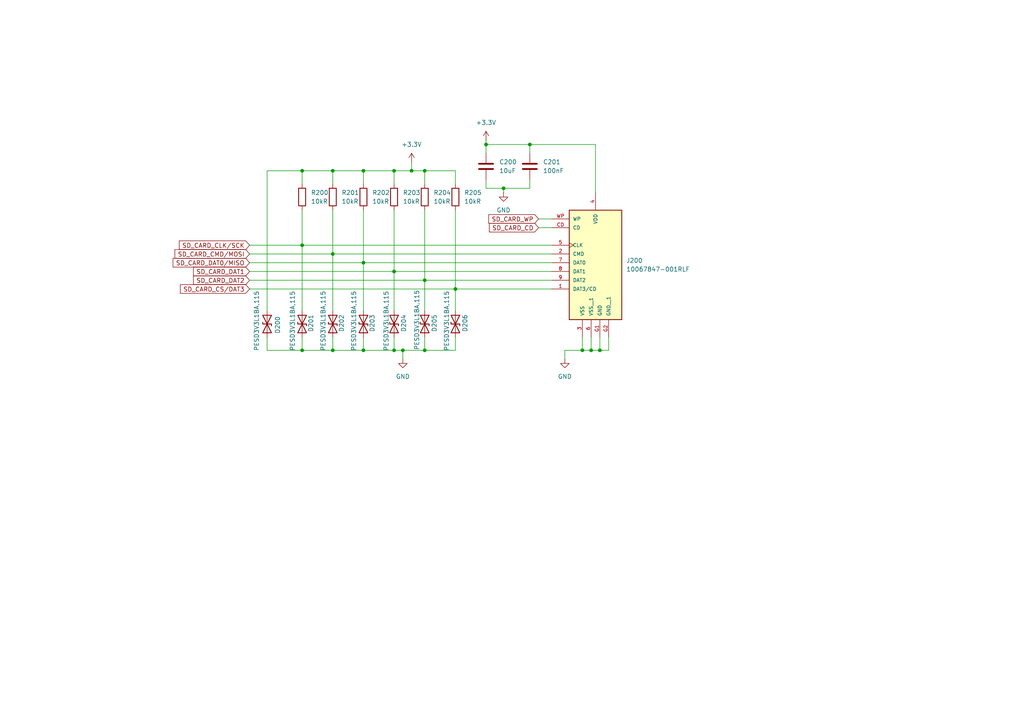
<source format=kicad_sch>
(kicad_sch (version 20231120) (generator "eeschema") (generator_version "8.0")
  (paper "A4")
  (lib_symbols
    (symbol "Device:C" (pin_numbers hide) (pin_names (offset 0.254))
      (property "Reference" "C" (at 0.635 2.54 0))
      (property "Value" "C" (at 0.635 -2.54 0))
      (symbol "C_0_1"
        (polyline (pts (xy -2.032 -0.762) (xy 2.032 -0.762)) (stroke (width 0.508)))
        (polyline (pts (xy -2.032 0.762) (xy 2.032 0.762)) (stroke (width 0.508)))
      )
      (symbol "C_1_1"
        (pin passive line (at 0 3.81 270) (length 2.794) (name "~") (number "1"))
        (pin passive line (at 0 -3.81 90) (length 2.794) (name "~") (number "2"))
      )
    )
    (symbol "Device:D_TVS" (pin_numbers hide) (pin_names (offset 1.016) hide)
      (property "Reference" "D" (at 0 2.54 0))
      (property "Value" "D_TVS" (at 0 -2.54 0))
      (symbol "D_TVS_0_1"
        (polyline (pts (xy 1.27 0) (xy -1.27 0)))
        (polyline (pts (xy 0.508 1.27) (xy 0 1.27) (xy 0 -1.27) (xy -0.508 -1.27)) (stroke (width 0.254)))
        (polyline (pts (xy -2.54 1.27) (xy -2.54 -1.27) (xy 2.54 1.27) (xy 2.54 -1.27) (xy -2.54 1.27)) (stroke (width 0.254)))
      )
      (symbol "D_TVS_1_1"
        (pin passive line (at -3.81 0 0) (length 2.54) (name "A1") (number "1"))
        (pin passive line (at 3.81 0 180) (length 2.54) (name "A2") (number "2"))
      )
    )
    (symbol "Device:R" (pin_numbers hide) (pin_names (offset 0))
      (property "Reference" "R" (at 2.032 0 90))
      (property "Value" "R" (at 0 0 90))
      (symbol "R_0_1"
        (rectangle (start -1.016 -2.54) (end 1.016 2.54) (stroke (width 0.254)))
      )
      (symbol "R_1_1"
        (pin passive line (at 0 3.81 270) (length 1.27) (name "~") (number "1"))
        (pin passive line (at 0 -3.81 90) (length 1.27) (name "~") (number "2"))
      )
    )
    (symbol "esp32s3_watches:10067847-001RLF" (pin_names (offset 1.016))
      (property "Reference" "J" (at -6.096 13.208 0))
      (property "Value" "10067847-001RLF" (at 6.858 -11.938 90))
      (symbol "10067847-001RLF_0_0"
        (rectangle (start -7.62 12.7) (end 7.62 -19.05) (stroke (width 0.254)) (fill (type background)))
        (pin bidirectional line (at -12.7 -10.16 0) (length 5.08) (name "DAT3/CD") (number "1"))
        (pin bidirectional line (at -12.7 0 0) (length 5.08) (name "CMD") (number "2"))
        (pin power_in line (at -3.81 -24.13 90) (length 5.08) (name "VSS") (number "3"))
        (pin power_in line (at 0 17.78 270) (length 5.08) (name "VDD") (number "4"))
        (pin bidirectional clock (at -12.7 2.54 0) (length 5.08) (name "CLK") (number "5"))
        (pin power_in line (at -1.27 -24.13 90) (length 5.08) (name "VSS__1") (number "6"))
        (pin bidirectional line (at -12.7 -2.54 0) (length 5.08) (name "DAT0") (number "7"))
        (pin bidirectional line (at -12.7 -5.08 0) (length 5.08) (name "DAT1") (number "8"))
        (pin bidirectional line (at -12.7 -7.62 0) (length 5.08) (name "DAT2") (number "9"))
        (pin input line (at -12.7 7.62 0) (length 5.08) (name "CD") (number "CD"))
        (pin power_in line (at 1.27 -24.13 90) (length 5.08) (name "GND") (number "G1"))
        (pin power_in line (at 3.81 -24.13 90) (length 5.08) (name "GND__1") (number "G2"))
        (pin input line (at -12.7 10.16 0) (length 5.08) (name "WP") (number "WP"))
      )
    )
    (symbol "power:+3.3V" (power) (pin_numbers hide) (pin_names (offset 0) hide)
      (property "Value" "+3.3V" (at 0 3.556 0))
      (symbol "+3.3V_0_1"
        (polyline (pts (xy -0.762 1.27) (xy 0 2.54)))
        (polyline (pts (xy 0 0) (xy 0 2.54)))
        (polyline (pts (xy 0 2.54) (xy 0.762 1.27)))
      )
      (symbol "+3.3V_1_1"
        (pin power_in line (at 0 0 90) (length 0) (name "~") (number "1"))
      )
    )
    (symbol "power:GND" (power) (pin_numbers hide) (pin_names (offset 0) hide)
      (property "Value" "GND" (at 0 -3.81 0))
      (symbol "GND_0_1"
        (polyline (pts (xy 0 0) (xy 0 -1.27) (xy 1.27 -1.27) (xy 0 -2.54) (xy -1.27 -1.27) (xy 0 -1.27)))
      )
      (symbol "GND_1_1"
        (pin power_in line (at 0 0 270) (length 0) (name "~") (number "1"))
      )
    )
  )
  (junction (at 140.97 41.91))
  (junction (at 114.3 49.53))
  (junction (at 96.52 73.66))
  (junction (at 153.67 41.91))
  (junction (at 168.91 101.6))
  (junction (at 105.41 76.2))
  (junction (at 171.45 101.6))
  (junction (at 87.63 71.12))
  (junction (at 87.63 101.6))
  (junction (at 96.52 101.6))
  (junction (at 119.38 49.53))
  (junction (at 173.99 101.6))
  (junction (at 96.52 49.53))
  (junction (at 123.19 81.28))
  (junction (at 132.08 83.82))
  (junction (at 116.84 101.6))
  (junction (at 105.41 49.53))
  (junction (at 105.41 101.6))
  (junction (at 114.3 101.6))
  (junction (at 87.63 49.53))
  (junction (at 123.19 49.53))
  (junction (at 114.3 78.74))
  (junction (at 146.05 54.61))
  (junction (at 123.19 101.6))
  (wire (pts (xy 132.08 83.82) (xy 160.02 83.82)))
  (wire (pts (xy 114.3 49.53) (xy 119.38 49.53)))
  (wire (pts (xy 156.21 66.04) (xy 160.02 66.04)))
  (wire (pts (xy 140.97 41.91) (xy 140.97 44.45)))
  (wire (pts (xy 123.19 81.28) (xy 123.19 90.17)))
  (wire (pts (xy 123.19 101.6) (xy 116.84 101.6)))
  (wire (pts (xy 140.97 52.07) (xy 140.97 54.61)))
  (wire (pts (xy 105.41 76.2) (xy 105.41 90.17)))
  (wire (pts (xy 77.47 101.6) (xy 87.63 101.6)))
  (wire (pts (xy 123.19 81.28) (xy 160.02 81.28)))
  (wire (pts (xy 105.41 49.53) (xy 114.3 49.53)))
  (wire (pts (xy 171.45 101.6) (xy 168.91 101.6)))
  (wire (pts (xy 146.05 54.61) (xy 153.67 54.61)))
  (wire (pts (xy 123.19 49.53) (xy 119.38 49.53)))
  (wire (pts (xy 172.72 41.91) (xy 172.72 55.88)))
  (wire (pts (xy 87.63 60.96) (xy 87.63 71.12)))
  (wire (pts (xy 114.3 78.74) (xy 160.02 78.74)))
  (wire (pts (xy 96.52 60.96) (xy 96.52 73.66)))
  (wire (pts (xy 140.97 40.64) (xy 140.97 41.91)))
  (wire (pts (xy 72.39 81.28) (xy 123.19 81.28)))
  (wire (pts (xy 105.41 49.53) (xy 96.52 49.53)))
  (wire (pts (xy 96.52 97.79) (xy 96.52 101.6)))
  (wire (pts (xy 114.3 78.74) (xy 114.3 90.17)))
  (wire (pts (xy 87.63 71.12) (xy 160.02 71.12)))
  (wire (pts (xy 156.21 63.5) (xy 160.02 63.5)))
  (wire (pts (xy 163.83 101.6) (xy 168.91 101.6)))
  (wire (pts (xy 96.52 73.66) (xy 96.52 90.17)))
  (wire (pts (xy 114.3 60.96) (xy 114.3 78.74)))
  (wire (pts (xy 132.08 60.96) (xy 132.08 83.82)))
  (wire (pts (xy 163.83 101.6) (xy 163.83 104.14)))
  (wire (pts (xy 114.3 101.6) (xy 116.84 101.6)))
  (wire (pts (xy 176.53 101.6) (xy 173.99 101.6)))
  (wire (pts (xy 105.41 97.79) (xy 105.41 101.6)))
  (wire (pts (xy 96.52 49.53) (xy 96.52 53.34)))
  (wire (pts (xy 72.39 76.2) (xy 105.41 76.2)))
  (wire (pts (xy 132.08 97.79) (xy 132.08 101.6)))
  (wire (pts (xy 153.67 54.61) (xy 153.67 52.07)))
  (wire (pts (xy 87.63 49.53) (xy 77.47 49.53)))
  (wire (pts (xy 132.08 49.53) (xy 123.19 49.53)))
  (wire (pts (xy 132.08 83.82) (xy 132.08 90.17)))
  (wire (pts (xy 173.99 97.79) (xy 173.99 101.6)))
  (wire (pts (xy 77.47 97.79) (xy 77.47 101.6)))
  (wire (pts (xy 105.41 60.96) (xy 105.41 76.2)))
  (wire (pts (xy 72.39 73.66) (xy 96.52 73.66)))
  (wire (pts (xy 87.63 97.79) (xy 87.63 101.6)))
  (wire (pts (xy 105.41 76.2) (xy 160.02 76.2)))
  (wire (pts (xy 72.39 78.74) (xy 114.3 78.74)))
  (wire (pts (xy 105.41 53.34) (xy 105.41 49.53)))
  (wire (pts (xy 87.63 71.12) (xy 87.63 90.17)))
  (wire (pts (xy 153.67 41.91) (xy 172.72 41.91)))
  (wire (pts (xy 72.39 83.82) (xy 132.08 83.82)))
  (wire (pts (xy 87.63 49.53) (xy 87.63 53.34)))
  (wire (pts (xy 140.97 41.91) (xy 153.67 41.91)))
  (wire (pts (xy 176.53 97.79) (xy 176.53 101.6)))
  (wire (pts (xy 146.05 54.61) (xy 146.05 55.88)))
  (wire (pts (xy 123.19 60.96) (xy 123.19 81.28)))
  (wire (pts (xy 96.52 101.6) (xy 105.41 101.6)))
  (wire (pts (xy 114.3 49.53) (xy 114.3 53.34)))
  (wire (pts (xy 173.99 101.6) (xy 171.45 101.6)))
  (wire (pts (xy 114.3 97.79) (xy 114.3 101.6)))
  (wire (pts (xy 153.67 41.91) (xy 153.67 44.45)))
  (wire (pts (xy 105.41 101.6) (xy 114.3 101.6)))
  (wire (pts (xy 72.39 71.12) (xy 87.63 71.12)))
  (wire (pts (xy 123.19 53.34) (xy 123.19 49.53)))
  (wire (pts (xy 77.47 49.53) (xy 77.47 90.17)))
  (wire (pts (xy 168.91 97.79) (xy 168.91 101.6)))
  (wire (pts (xy 87.63 101.6) (xy 96.52 101.6)))
  (wire (pts (xy 123.19 97.79) (xy 123.19 101.6)))
  (wire (pts (xy 119.38 49.53) (xy 119.38 46.99)))
  (wire (pts (xy 140.97 54.61) (xy 146.05 54.61)))
  (wire (pts (xy 171.45 97.79) (xy 171.45 101.6)))
  (wire (pts (xy 132.08 53.34) (xy 132.08 49.53)))
  (wire (pts (xy 96.52 49.53) (xy 87.63 49.53)))
  (wire (pts (xy 132.08 101.6) (xy 123.19 101.6)))
  (wire (pts (xy 96.52 73.66) (xy 160.02 73.66)))
  (wire (pts (xy 116.84 101.6) (xy 116.84 104.14)))
  (global_label "SD_CARD_CMD{slash}MOSI" (shape input) (at 72.39 73.66 180) (property "Intersheetrefs" "${INTERSHEET_REFS}" (effects (hide yes))))
  (global_label "SD_CARD_CS{slash}DAT3" (shape input) (at 72.39 83.82 180) (property "Intersheetrefs" "${INTERSHEET_REFS}" (effects (hide yes))))
  (global_label "SD_CARD_DAT2" (shape input) (at 72.39 81.28 180) (property "Intersheetrefs" "${INTERSHEET_REFS}" (effects (hide yes))))
  (global_label "SD_CARD_CLK{slash}SCK" (shape input) (at 72.39 71.12 180) (property "Intersheetrefs" "${INTERSHEET_REFS}" (effects (hide yes))))
  (global_label "SD_CARD_DAT0{slash}MISO" (shape input) (at 72.39 76.2 180) (property "Intersheetrefs" "${INTERSHEET_REFS}" (effects (hide yes))))
  (global_label "SD_CARD_DAT1" (shape input) (at 72.39 78.74 180) (property "Intersheetrefs" "${INTERSHEET_REFS}" (effects (hide yes))))
  (global_label "SD_CARD_CD" (shape input) (at 156.21 66.04 180) (property "Intersheetrefs" "${INTERSHEET_REFS}" (effects (hide yes))))
  (global_label "SD_CARD_WP" (shape input) (at 156.21 63.5 180) (property "Intersheetrefs" "${INTERSHEET_REFS}" (effects (hide yes))))
  (symbol (lib_id "esp32s3_watches:10067847-001RLF") (at 172.72 73.66 0) (unit 1)
    (property "Reference" "J200" (at 181.61 75.5649 0) (effects (justify left)))
    (property "Value" "10067847-001RLF" (at 181.61 78.1049 0) (effects (justify left)))
    (property "Footprint" "esp32s3_watches:AMPHENOL_10067847-001RLF" (effects (hide yes)))
    (property "PARTREV" "K" (effects (hide yes)))
    (property "MANUFACTURER" "Amphenol FCI" (effects (hide yes)))
    (property "MAXIMUM_PACKAGE_HEIGHT" "2.80 mm" (effects (hide yes)))
    (property "STANDARD" "Manufacturer Recommendations" (effects (hide yes)))
    (property "Manufacturer" "Amphenol ICC" (effects (hide yes)))
    (property "Manufacturer Product Number" "10067847-001RLF" (effects (hide yes)))
  )
  (symbol (lib_id "Device:D_TVS") (at 87.63 93.98 270) (unit 1)
    (property "Reference" "D201" (at 90.17 91.186 0) (effects (justify left)))
    (property "Value" "PESD3V3L1BA,115" (at 84.836 84.328 0) (effects (justify left)))
    (property "Footprint" "Diode_SMD:D_SOD-323" (effects (hide yes)))
    (property "DigiKey Part Number" "1727-3825-6-ND" (effects (hide yes)))
    (property "Manufacturer" "Nexperia USA Inc." (effects (hide yes)))
    (property "Manufacturer Product Number" "PESD3V3L1BA,115" (effects (hide yes)))
  )
  (symbol (lib_id "Device:R") (at 123.19 57.15 0) (unit 1)
    (property "Reference" "R204" (at 125.73 55.8799 0) (effects (justify left)))
    (property "Value" "10kR" (at 125.73 58.4199 0) (effects (justify left)))
    (property "Footprint" "Resistor_SMD:R_0805_2012Metric" (effects (hide yes)))
    (property "Description" "Resistor" (effects (hide yes)))
    (property "Manufacturer" "UNI-ROYAL(Uniroyal Elec)" (effects (hide yes)))
    (property "Manufacturer Product Number" "0805W8F1002T5E" (effects (hide yes)))
  )
  (symbol (lib_id "Device:R") (at 87.63 57.15 0) (unit 1)
    (property "Reference" "R200" (at 90.17 55.8799 0) (effects (justify left)))
    (property "Value" "10kR" (at 90.17 58.4199 0) (effects (justify left)))
    (property "Footprint" "Resistor_SMD:R_0805_2012Metric" (effects (hide yes)))
    (property "Description" "Resistor" (effects (hide yes)))
    (property "Manufacturer" "UNI-ROYAL(Uniroyal Elec)" (effects (hide yes)))
    (property "Manufacturer Product Number" "0805W8F1002T5E" (effects (hide yes)))
  )
  (symbol (lib_id "power:+3.3V") (at 140.97 40.64 0) (unit 1)
    (property "Reference" "#PWR010" (effects (hide yes)))
    (property "Value" "+3.3V" (at 140.97 35.56 0))
    (property "Description" "Power symbol creates a global label with name \"+3.3V\"" (effects (hide yes)))
  )
  (symbol (lib_id "Device:R") (at 114.3 57.15 0) (unit 1)
    (property "Reference" "R203" (at 116.84 55.8799 0) (effects (justify left)))
    (property "Value" "10kR" (at 116.84 58.4199 0) (effects (justify left)))
    (property "Footprint" "Resistor_SMD:R_0805_2012Metric" (effects (hide yes)))
    (property "Description" "Resistor" (effects (hide yes)))
    (property "Manufacturer" "UNI-ROYAL(Uniroyal Elec)" (effects (hide yes)))
    (property "Manufacturer Product Number" "0805W8F1002T5E" (effects (hide yes)))
  )
  (symbol (lib_id "Device:D_TVS") (at 105.41 93.98 270) (unit 1)
    (property "Reference" "D203" (at 107.95 91.186 0) (effects (justify left)))
    (property "Value" "PESD3V3L1BA,115" (at 102.616 84.328 0) (effects (justify left)))
    (property "Footprint" "Diode_SMD:D_SOD-323" (effects (hide yes)))
    (property "DigiKey Part Number" "1727-3825-6-ND" (effects (hide yes)))
    (property "Manufacturer" "Nexperia USA Inc." (effects (hide yes)))
    (property "Manufacturer Product Number" "PESD3V3L1BA,115" (effects (hide yes)))
  )
  (symbol (lib_id "Device:C") (at 140.97 48.26 0) (unit 1)
    (property "Reference" "C200" (at 144.78 46.9899 0) (effects (justify left)))
    (property "Value" "10uF" (at 144.78 49.5299 0) (effects (justify left)))
    (property "Footprint" "Capacitor_SMD:C_0805_2012Metric" (effects (hide yes)))
    (property "Description" "Unpolarized capacitor" (effects (hide yes)))
    (property "Manufacturer" "Samsung Electro-Mechanics" (effects (hide yes)))
    (property "Manufacturer Product Number" "CL21A106KOQNNNE" (effects (hide yes)))
  )
  (symbol (lib_id "Device:D_TVS") (at 114.3 93.98 270) (unit 1)
    (property "Reference" "D204" (at 117.094 91.186 0) (effects (justify left)))
    (property "Value" "PESD3V3L1BA,115" (at 112.014 84.328 0) (effects (justify left)))
    (property "Footprint" "Diode_SMD:D_SOD-323" (effects (hide yes)))
    (property "DigiKey Part Number" "1727-3825-6-ND" (effects (hide yes)))
    (property "Manufacturer" "Nexperia USA Inc." (effects (hide yes)))
    (property "Manufacturer Product Number" "PESD3V3L1BA,115" (effects (hide yes)))
  )
  (symbol (lib_id "Device:R") (at 96.52 57.15 0) (unit 1)
    (property "Reference" "R201" (at 99.06 55.8799 0) (effects (justify left)))
    (property "Value" "10kR" (at 99.06 58.4199 0) (effects (justify left)))
    (property "Footprint" "Resistor_SMD:R_0805_2012Metric" (effects (hide yes)))
    (property "Description" "Resistor" (effects (hide yes)))
    (property "Manufacturer" "UNI-ROYAL(Uniroyal Elec)" (effects (hide yes)))
    (property "Manufacturer Product Number" "0805W8F1002T5E" (effects (hide yes)))
  )
  (symbol (lib_id "Device:C") (at 153.67 48.26 0) (unit 1)
    (property "Reference" "C201" (at 157.48 46.9899 0) (effects (justify left)))
    (property "Value" "100nF" (at 157.48 49.5299 0) (effects (justify left)))
    (property "Footprint" "Capacitor_SMD:C_0603_1608Metric" (effects (hide yes)))
    (property "Description" "Unpolarized capacitor" (effects (hide yes)))
    (property "Manufacturer" "Samsung Electro-Mechanics" (effects (hide yes)))
    (property "Manufacturer Product Number" "CL10B104KB8NNNC" (effects (hide yes)))
  )
  (symbol (lib_id "Device:D_TVS") (at 132.08 93.98 270) (unit 1)
    (property "Reference" "D206" (at 134.874 91.186 0) (effects (justify left)))
    (property "Value" "PESD3V3L1BA,115" (at 129.54 84.328 0) (effects (justify left)))
    (property "Footprint" "Diode_SMD:D_SOD-323" (effects (hide yes)))
    (property "DigiKey Part Number" "1727-3825-6-ND" (effects (hide yes)))
    (property "Manufacturer" "Nexperia USA Inc." (effects (hide yes)))
    (property "Manufacturer Product Number" "PESD3V3L1BA,115" (effects (hide yes)))
  )
  (symbol (lib_id "Device:R") (at 132.08 57.15 0) (unit 1)
    (property "Reference" "R205" (at 134.62 55.8799 0) (effects (justify left)))
    (property "Value" "10kR" (at 134.62 58.4199 0) (effects (justify left)))
    (property "Footprint" "Resistor_SMD:R_0805_2012Metric" (effects (hide yes)))
    (property "Description" "Resistor" (effects (hide yes)))
    (property "Manufacturer" "UNI-ROYAL(Uniroyal Elec)" (effects (hide yes)))
    (property "Manufacturer Product Number" "0805W8F1002T5E" (effects (hide yes)))
  )
  (symbol (lib_id "Device:R") (at 105.41 57.15 0) (unit 1)
    (property "Reference" "R202" (at 107.95 55.8799 0) (effects (justify left)))
    (property "Value" "10kR" (at 107.95 58.4199 0) (effects (justify left)))
    (property "Footprint" "Resistor_SMD:R_0805_2012Metric" (effects (hide yes)))
    (property "Description" "Resistor" (effects (hide yes)))
    (property "Manufacturer" "UNI-ROYAL(Uniroyal Elec)" (effects (hide yes)))
    (property "Manufacturer Product Number" "0805W8F1002T5E" (effects (hide yes)))
  )
  (symbol (lib_id "Device:D_TVS") (at 123.19 93.98 270) (unit 1)
    (property "Reference" "D205" (at 125.984 91.186 0) (effects (justify left)))
    (property "Value" "PESD3V3L1BA,115" (at 120.904 84.074 0) (effects (justify left)))
    (property "Footprint" "Diode_SMD:D_SOD-323" (effects (hide yes)))
    (property "DigiKey Part Number" "1727-3825-6-ND" (effects (hide yes)))
    (property "Manufacturer" "Nexperia USA Inc." (effects (hide yes)))
    (property "Manufacturer Product Number" "PESD3V3L1BA,115" (effects (hide yes)))
  )
  (symbol (lib_id "power:GND") (at 163.83 104.14 0) (unit 1)
    (property "Reference" "#PWR012" (effects (hide yes)))
    (property "Value" "GND" (at 163.83 109.22 0))
    (property "Description" "Power symbol creates a global label with name \"GND\" , ground" (effects (hide yes)))
  )
  (symbol (lib_id "power:+3.3V") (at 119.38 46.99 0) (unit 1)
    (property "Reference" "#PWR09" (effects (hide yes)))
    (property "Value" "+3.3V" (at 119.38 41.91 0))
    (property "Description" "Power symbol creates a global label with name \"+3.3V\"" (effects (hide yes)))
  )
  (symbol (lib_id "power:GND") (at 116.84 104.14 0) (unit 1)
    (property "Reference" "#PWR08" (effects (hide yes)))
    (property "Value" "GND" (at 116.84 109.22 0))
    (property "Description" "Power symbol creates a global label with name \"GND\" , ground" (effects (hide yes)))
  )
  (symbol (lib_id "power:GND") (at 146.05 55.88 0) (unit 1)
    (property "Reference" "#PWR011" (effects (hide yes)))
    (property "Value" "GND" (at 146.05 60.96 0))
    (property "Description" "Power symbol creates a global label with name \"GND\" , ground" (effects (hide yes)))
  )
  (symbol (lib_id "Device:D_TVS") (at 96.52 93.98 270) (unit 1)
    (property "Reference" "D202" (at 99.06 91.186 0) (effects (justify left)))
    (property "Value" "PESD3V3L1BA,115" (at 93.726 84.328 0) (effects (justify left)))
    (property "Footprint" "Diode_SMD:D_SOD-323" (effects (hide yes)))
    (property "DigiKey Part Number" "1727-3825-6-ND" (effects (hide yes)))
    (property "Manufacturer" "Nexperia USA Inc." (effects (hide yes)))
    (property "Manufacturer Product Number" "PESD3V3L1BA,115" (effects (hide yes)))
  )
  (symbol (lib_id "Device:D_TVS") (at 77.47 93.98 270) (unit 1)
    (property "Reference" "D200" (at 80.518 91.694 0) (effects (justify left)))
    (property "Value" "PESD3V3L1BA,115" (at 74.422 84.328 0) (effects (justify left)))
    (property "Footprint" "Diode_SMD:D_SOD-323" (effects (hide yes)))
    (property "DigiKey Part Number" "1727-3825-6-ND" (effects (hide yes)))
    (property "Manufacturer" "Nexperia USA Inc." (effects (hide yes)))
    (property "Manufacturer Product Number" "PESD3V3L1BA,115" (effects (hide yes)))
  )
)
</source>
